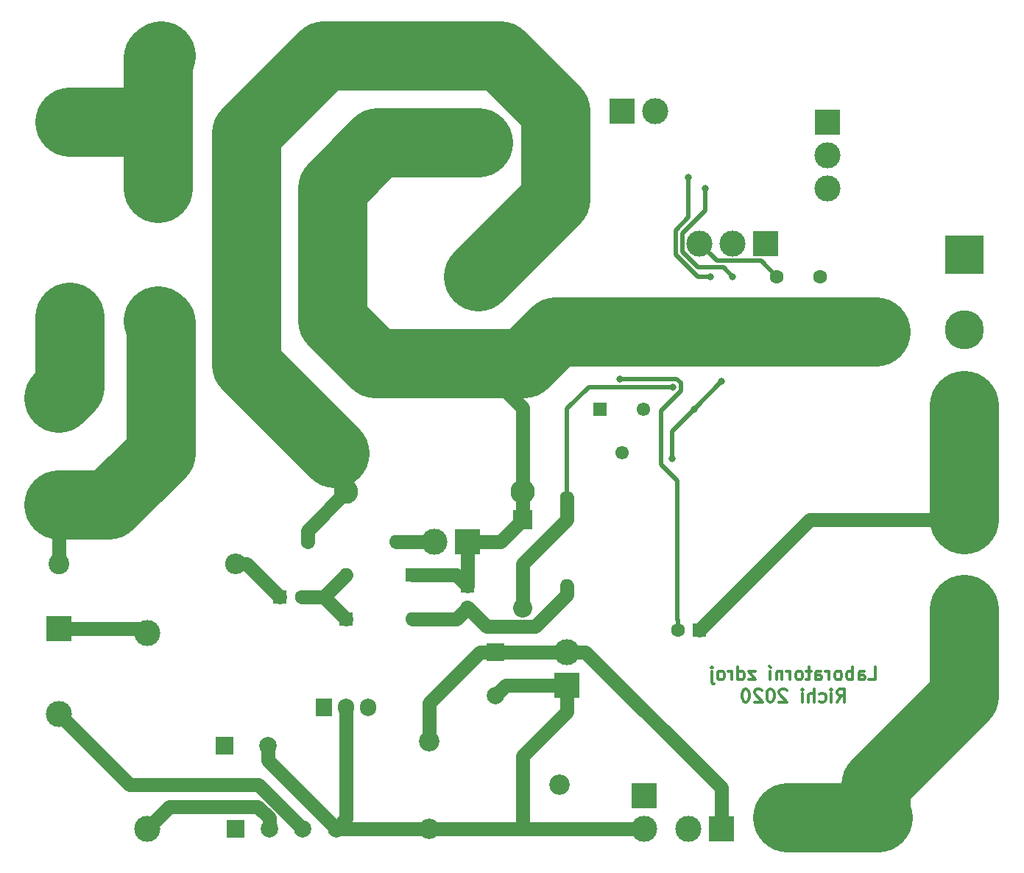
<source format=gbr>
G04 #@! TF.GenerationSoftware,KiCad,Pcbnew,(5.1.5)-3*
G04 #@! TF.CreationDate,2020-10-16T18:01:35+02:00*
G04 #@! TF.ProjectId,Laboratorn_ zdroj,4c61626f-7261-4746-9f72-6eed207a6472,rev?*
G04 #@! TF.SameCoordinates,Original*
G04 #@! TF.FileFunction,Copper,L2,Bot*
G04 #@! TF.FilePolarity,Positive*
%FSLAX46Y46*%
G04 Gerber Fmt 4.6, Leading zero omitted, Abs format (unit mm)*
G04 Created by KiCad (PCBNEW (5.1.5)-3) date 2020-10-16 18:01:35*
%MOMM*%
%LPD*%
G04 APERTURE LIST*
%ADD10C,0.300000*%
%ADD11C,2.800000*%
%ADD12O,2.800000X2.800000*%
%ADD13C,1.600000*%
%ADD14O,1.600000X1.600000*%
%ADD15O,2.400000X2.400000*%
%ADD16C,2.400000*%
%ADD17R,2.999740X2.999740*%
%ADD18C,2.999740*%
%ADD19R,2.200000X2.200000*%
%ADD20O,2.200000X2.200000*%
%ADD21R,1.905000X2.000000*%
%ADD22O,1.905000X2.000000*%
%ADD23C,1.550000*%
%ADD24R,1.550000X1.550000*%
%ADD25R,4.500880X4.500880*%
%ADD26C,4.500880*%
%ADD27C,2.340000*%
%ADD28C,3.000000*%
%ADD29R,1.600000X1.600000*%
%ADD30R,4.000000X4.000000*%
%ADD31C,4.000000*%
%ADD32O,3.200000X3.200000*%
%ADD33R,3.200000X3.200000*%
%ADD34R,2.000000X2.000000*%
%ADD35C,2.000000*%
%ADD36C,0.800000*%
%ADD37C,8.000000*%
%ADD38C,1.600000*%
%ADD39C,0.500000*%
G04 APERTURE END LIST*
D10*
X182033571Y-122593571D02*
X182747857Y-122593571D01*
X182747857Y-121093571D01*
X180890714Y-122593571D02*
X180890714Y-121807857D01*
X180962142Y-121665000D01*
X181105000Y-121593571D01*
X181390714Y-121593571D01*
X181533571Y-121665000D01*
X180890714Y-122522142D02*
X181033571Y-122593571D01*
X181390714Y-122593571D01*
X181533571Y-122522142D01*
X181605000Y-122379285D01*
X181605000Y-122236428D01*
X181533571Y-122093571D01*
X181390714Y-122022142D01*
X181033571Y-122022142D01*
X180890714Y-121950714D01*
X180176428Y-122593571D02*
X180176428Y-121093571D01*
X180176428Y-121665000D02*
X180033571Y-121593571D01*
X179747857Y-121593571D01*
X179605000Y-121665000D01*
X179533571Y-121736428D01*
X179462142Y-121879285D01*
X179462142Y-122307857D01*
X179533571Y-122450714D01*
X179605000Y-122522142D01*
X179747857Y-122593571D01*
X180033571Y-122593571D01*
X180176428Y-122522142D01*
X178605000Y-122593571D02*
X178747857Y-122522142D01*
X178819285Y-122450714D01*
X178890714Y-122307857D01*
X178890714Y-121879285D01*
X178819285Y-121736428D01*
X178747857Y-121665000D01*
X178605000Y-121593571D01*
X178390714Y-121593571D01*
X178247857Y-121665000D01*
X178176428Y-121736428D01*
X178105000Y-121879285D01*
X178105000Y-122307857D01*
X178176428Y-122450714D01*
X178247857Y-122522142D01*
X178390714Y-122593571D01*
X178605000Y-122593571D01*
X177462142Y-122593571D02*
X177462142Y-121593571D01*
X177462142Y-121879285D02*
X177390714Y-121736428D01*
X177319285Y-121665000D01*
X177176428Y-121593571D01*
X177033571Y-121593571D01*
X175890714Y-122593571D02*
X175890714Y-121807857D01*
X175962142Y-121665000D01*
X176105000Y-121593571D01*
X176390714Y-121593571D01*
X176533571Y-121665000D01*
X175890714Y-122522142D02*
X176033571Y-122593571D01*
X176390714Y-122593571D01*
X176533571Y-122522142D01*
X176605000Y-122379285D01*
X176605000Y-122236428D01*
X176533571Y-122093571D01*
X176390714Y-122022142D01*
X176033571Y-122022142D01*
X175890714Y-121950714D01*
X175390714Y-121593571D02*
X174819285Y-121593571D01*
X175176428Y-121093571D02*
X175176428Y-122379285D01*
X175105000Y-122522142D01*
X174962142Y-122593571D01*
X174819285Y-122593571D01*
X174105000Y-122593571D02*
X174247857Y-122522142D01*
X174319285Y-122450714D01*
X174390714Y-122307857D01*
X174390714Y-121879285D01*
X174319285Y-121736428D01*
X174247857Y-121665000D01*
X174105000Y-121593571D01*
X173890714Y-121593571D01*
X173747857Y-121665000D01*
X173676428Y-121736428D01*
X173605000Y-121879285D01*
X173605000Y-122307857D01*
X173676428Y-122450714D01*
X173747857Y-122522142D01*
X173890714Y-122593571D01*
X174105000Y-122593571D01*
X172962142Y-122593571D02*
X172962142Y-121593571D01*
X172962142Y-121879285D02*
X172890714Y-121736428D01*
X172819285Y-121665000D01*
X172676428Y-121593571D01*
X172533571Y-121593571D01*
X172033571Y-121593571D02*
X172033571Y-122593571D01*
X172033571Y-121736428D02*
X171962142Y-121665000D01*
X171819285Y-121593571D01*
X171605000Y-121593571D01*
X171462142Y-121665000D01*
X171390714Y-121807857D01*
X171390714Y-122593571D01*
X170676428Y-122593571D02*
X170676428Y-121593571D01*
X170533571Y-121022142D02*
X170747857Y-121236428D01*
X168962142Y-121593571D02*
X168176428Y-121593571D01*
X168962142Y-122593571D01*
X168176428Y-122593571D01*
X166962142Y-122593571D02*
X166962142Y-121093571D01*
X166962142Y-122522142D02*
X167105000Y-122593571D01*
X167390714Y-122593571D01*
X167533571Y-122522142D01*
X167605000Y-122450714D01*
X167676428Y-122307857D01*
X167676428Y-121879285D01*
X167605000Y-121736428D01*
X167533571Y-121665000D01*
X167390714Y-121593571D01*
X167105000Y-121593571D01*
X166962142Y-121665000D01*
X166247857Y-122593571D02*
X166247857Y-121593571D01*
X166247857Y-121879285D02*
X166176428Y-121736428D01*
X166105000Y-121665000D01*
X165962142Y-121593571D01*
X165819285Y-121593571D01*
X165105000Y-122593571D02*
X165247857Y-122522142D01*
X165319285Y-122450714D01*
X165390714Y-122307857D01*
X165390714Y-121879285D01*
X165319285Y-121736428D01*
X165247857Y-121665000D01*
X165105000Y-121593571D01*
X164890714Y-121593571D01*
X164747857Y-121665000D01*
X164676428Y-121736428D01*
X164605000Y-121879285D01*
X164605000Y-122307857D01*
X164676428Y-122450714D01*
X164747857Y-122522142D01*
X164890714Y-122593571D01*
X165105000Y-122593571D01*
X163962142Y-121593571D02*
X163962142Y-122879285D01*
X164033571Y-123022142D01*
X164176428Y-123093571D01*
X164247857Y-123093571D01*
X163962142Y-121093571D02*
X164033571Y-121165000D01*
X163962142Y-121236428D01*
X163890714Y-121165000D01*
X163962142Y-121093571D01*
X163962142Y-121236428D01*
X178355000Y-125143571D02*
X178855000Y-124429285D01*
X179212142Y-125143571D02*
X179212142Y-123643571D01*
X178640714Y-123643571D01*
X178497857Y-123715000D01*
X178426428Y-123786428D01*
X178355000Y-123929285D01*
X178355000Y-124143571D01*
X178426428Y-124286428D01*
X178497857Y-124357857D01*
X178640714Y-124429285D01*
X179212142Y-124429285D01*
X177712142Y-125143571D02*
X177712142Y-124143571D01*
X177712142Y-123643571D02*
X177783571Y-123715000D01*
X177712142Y-123786428D01*
X177640714Y-123715000D01*
X177712142Y-123643571D01*
X177712142Y-123786428D01*
X176355000Y-125072142D02*
X176497857Y-125143571D01*
X176783571Y-125143571D01*
X176926428Y-125072142D01*
X176997857Y-125000714D01*
X177069285Y-124857857D01*
X177069285Y-124429285D01*
X176997857Y-124286428D01*
X176926428Y-124215000D01*
X176783571Y-124143571D01*
X176497857Y-124143571D01*
X176355000Y-124215000D01*
X175712142Y-125143571D02*
X175712142Y-123643571D01*
X175069285Y-125143571D02*
X175069285Y-124357857D01*
X175140714Y-124215000D01*
X175283571Y-124143571D01*
X175497857Y-124143571D01*
X175640714Y-124215000D01*
X175712142Y-124286428D01*
X174355000Y-125143571D02*
X174355000Y-124143571D01*
X174355000Y-123643571D02*
X174426428Y-123715000D01*
X174355000Y-123786428D01*
X174283571Y-123715000D01*
X174355000Y-123643571D01*
X174355000Y-123786428D01*
X172569285Y-123786428D02*
X172497857Y-123715000D01*
X172355000Y-123643571D01*
X171997857Y-123643571D01*
X171855000Y-123715000D01*
X171783571Y-123786428D01*
X171712142Y-123929285D01*
X171712142Y-124072142D01*
X171783571Y-124286428D01*
X172640714Y-125143571D01*
X171712142Y-125143571D01*
X170783571Y-123643571D02*
X170640714Y-123643571D01*
X170497857Y-123715000D01*
X170426428Y-123786428D01*
X170355000Y-123929285D01*
X170283571Y-124215000D01*
X170283571Y-124572142D01*
X170355000Y-124857857D01*
X170426428Y-125000714D01*
X170497857Y-125072142D01*
X170640714Y-125143571D01*
X170783571Y-125143571D01*
X170926428Y-125072142D01*
X170997857Y-125000714D01*
X171069285Y-124857857D01*
X171140714Y-124572142D01*
X171140714Y-124215000D01*
X171069285Y-123929285D01*
X170997857Y-123786428D01*
X170926428Y-123715000D01*
X170783571Y-123643571D01*
X169712142Y-123786428D02*
X169640714Y-123715000D01*
X169497857Y-123643571D01*
X169140714Y-123643571D01*
X168997857Y-123715000D01*
X168926428Y-123786428D01*
X168855000Y-123929285D01*
X168855000Y-124072142D01*
X168926428Y-124286428D01*
X169783571Y-125143571D01*
X168855000Y-125143571D01*
X167926428Y-123643571D02*
X167783571Y-123643571D01*
X167640714Y-123715000D01*
X167569285Y-123786428D01*
X167497857Y-123929285D01*
X167426428Y-124215000D01*
X167426428Y-124572142D01*
X167497857Y-124857857D01*
X167569285Y-125000714D01*
X167640714Y-125072142D01*
X167783571Y-125143571D01*
X167926428Y-125143571D01*
X168069285Y-125072142D01*
X168140714Y-125000714D01*
X168212142Y-124857857D01*
X168283571Y-124572142D01*
X168283571Y-124215000D01*
X168212142Y-123929285D01*
X168140714Y-123786428D01*
X168069285Y-123715000D01*
X167926428Y-123643571D01*
D11*
X121920000Y-100965000D03*
D12*
X142240000Y-100965000D03*
D13*
X117475000Y-106680000D03*
D14*
X127635000Y-106680000D03*
D15*
X172720000Y-138430000D03*
D16*
X172720000Y-82550000D03*
D17*
X135890000Y-106680000D03*
D18*
X132080000Y-106680000D03*
D19*
X142240000Y-104140000D03*
D20*
X142240000Y-114300000D03*
D21*
X119380000Y-125730000D03*
D22*
X121920000Y-125730000D03*
X124460000Y-125730000D03*
D23*
X156130000Y-91440000D03*
D24*
X151130000Y-91440000D03*
D23*
X153630000Y-96440000D03*
D25*
X193040000Y-73660000D03*
D26*
X193040000Y-82375000D03*
X193040000Y-91090000D03*
D25*
X193040000Y-104140000D03*
D26*
X193040000Y-114490000D03*
D18*
X177292000Y-66040000D03*
X177292000Y-62230000D03*
D17*
X177292000Y-58420000D03*
D18*
X156210000Y-139700000D03*
D17*
X156210000Y-135890000D03*
X165100000Y-139700000D03*
D18*
X161290000Y-139700000D03*
D17*
X147320000Y-123190000D03*
D18*
X147320000Y-119380000D03*
D27*
X131445000Y-129700000D03*
X146445000Y-134700000D03*
X131445000Y-139700000D03*
D28*
X99060000Y-139700000D03*
X99060000Y-117200000D03*
D18*
X88900000Y-126518000D03*
D17*
X88900000Y-116708000D03*
D25*
X88900000Y-90170000D03*
D26*
X88900000Y-102520000D03*
D13*
X116800000Y-113030000D03*
D29*
X114300000Y-113030000D03*
D30*
X137160000Y-50800000D03*
D31*
X137160000Y-60800000D03*
X137160000Y-86200000D03*
D30*
X137160000Y-76200000D03*
D29*
X135890000Y-111760000D03*
D13*
X135890000Y-114260000D03*
X176450000Y-76200000D03*
X171450000Y-76200000D03*
X160060000Y-116840000D03*
D29*
X162560000Y-116840000D03*
D32*
X100650000Y-50800000D03*
D33*
X120650000Y-50800000D03*
D32*
X100650000Y-96520000D03*
D33*
X120650000Y-96520000D03*
X100330000Y-66040000D03*
D32*
X120330000Y-66040000D03*
D33*
X100330000Y-81280000D03*
D32*
X120330000Y-81280000D03*
D14*
X121920000Y-110490000D03*
D29*
X129540000Y-110490000D03*
D14*
X129540000Y-115570000D03*
D29*
X121920000Y-115570000D03*
D17*
X153670000Y-57150000D03*
D18*
X157480000Y-57150000D03*
D34*
X109220000Y-139700000D03*
D35*
X113070000Y-139700000D03*
X116920000Y-139700000D03*
X120770000Y-139700000D03*
D28*
X90170000Y-80920000D03*
X90170000Y-58420000D03*
D17*
X170180000Y-72390000D03*
D18*
X166370000Y-72390000D03*
X162560000Y-72390000D03*
D14*
X147320000Y-111760000D03*
D13*
X147320000Y-101600000D03*
D15*
X109220000Y-109220000D03*
D16*
X88900000Y-109220000D03*
X182880000Y-82550000D03*
D15*
X182880000Y-138430000D03*
D34*
X107950000Y-130175000D03*
D35*
X112950000Y-130175000D03*
X139065000Y-124380000D03*
D34*
X139065000Y-119380000D03*
D36*
X161925000Y-91440000D03*
X165100000Y-88265000D03*
X159385000Y-97155000D03*
X153416103Y-88000000D03*
X163830000Y-76200000D03*
X161290000Y-64770000D03*
X159509999Y-88900000D03*
X163195000Y-66040000D03*
X166370000Y-76200000D03*
D37*
X119380000Y-50800000D02*
X137160000Y-50800000D01*
X146050000Y-67310000D02*
X137160000Y-76200000D01*
X146050000Y-57150000D02*
X146050000Y-67310000D01*
X137160000Y-50800000D02*
X139700000Y-50800000D01*
X139700000Y-50800000D02*
X146050000Y-57150000D01*
X120650000Y-50800000D02*
X119380000Y-50800000D01*
X110490000Y-86360000D02*
X120650000Y-96520000D01*
X119380000Y-50800000D02*
X110490000Y-59690000D01*
X110490000Y-59690000D02*
X110490000Y-86360000D01*
D38*
X119380000Y-97790000D02*
X120650000Y-96520000D01*
D39*
X161925000Y-91440000D02*
X165100000Y-88265000D01*
D38*
X121920000Y-97790000D02*
X120650000Y-96520000D01*
X121920000Y-100965000D02*
X121920000Y-97790000D01*
X117475000Y-105410000D02*
X121920000Y-100965000D01*
X117475000Y-106680000D02*
X117475000Y-105410000D01*
D39*
X159385000Y-93980000D02*
X161925000Y-91440000D01*
X159385000Y-97155000D02*
X159385000Y-93980000D01*
D38*
X116800000Y-113030000D02*
X119380000Y-113030000D01*
X119380000Y-113030000D02*
X121920000Y-110490000D01*
X119380000Y-113030000D02*
X121920000Y-115570000D01*
X110490000Y-109220000D02*
X114300000Y-113030000D01*
X109220000Y-109220000D02*
X110490000Y-109220000D01*
X129540000Y-115570000D02*
X134620000Y-115570000D01*
X134620000Y-115570000D02*
X135890000Y-114300000D01*
X138080001Y-116450001D02*
X135890000Y-114260000D01*
X143645999Y-116450001D02*
X138080001Y-116450001D01*
X147320000Y-111760000D02*
X147320000Y-112776000D01*
X147320000Y-112776000D02*
X143645999Y-116450001D01*
D37*
X182880000Y-138430000D02*
X183070000Y-138430000D01*
X172720000Y-138430000D02*
X182880000Y-138430000D01*
X193040000Y-114490000D02*
X193040000Y-124460000D01*
X193040000Y-124460000D02*
X182880000Y-134620000D01*
X182880000Y-134620000D02*
X182880000Y-138430000D01*
D39*
X164059869Y-73889869D02*
X162560000Y-72390000D01*
X164559871Y-74389871D02*
X164059869Y-73889869D01*
X169639871Y-74389871D02*
X164559871Y-74389871D01*
X171450000Y-76200000D02*
X169639871Y-74389871D01*
X160060000Y-115708630D02*
X160060000Y-116840000D01*
X160020000Y-99695000D02*
X160020000Y-115668630D01*
X159942001Y-88000000D02*
X160410000Y-88467999D01*
X160020000Y-115668630D02*
X160060000Y-115708630D01*
X160410000Y-88467999D02*
X160410000Y-89332001D01*
X153416103Y-88000000D02*
X159942001Y-88000000D01*
X160410000Y-89332001D02*
X158115000Y-91627001D01*
X158115000Y-91627001D02*
X158115000Y-97790000D01*
X158115000Y-97790000D02*
X160020000Y-99695000D01*
D37*
X193040000Y-104140000D02*
X193040000Y-91090000D01*
D38*
X162560000Y-116840000D02*
X175260000Y-104140000D01*
X175260000Y-104140000D02*
X193040000Y-104140000D01*
D39*
X159810120Y-70904206D02*
X161290000Y-69424326D01*
X161290000Y-69424326D02*
X161290000Y-64770000D01*
X162349516Y-76200000D02*
X159810119Y-73660603D01*
X163830000Y-76200000D02*
X162349516Y-76200000D01*
X159810119Y-73660603D02*
X159810120Y-70904206D01*
D38*
X142240000Y-131369870D02*
X142240000Y-139700000D01*
X147320000Y-126289870D02*
X142240000Y-131369870D01*
X147320000Y-123190000D02*
X147320000Y-126289870D01*
X132080000Y-139700000D02*
X142240000Y-139700000D01*
X142240000Y-139700000D02*
X156210000Y-139700000D01*
X121920000Y-138550000D02*
X121920000Y-125730000D01*
X120770000Y-139700000D02*
X121920000Y-138550000D01*
X120770000Y-139700000D02*
X131445000Y-139700000D01*
X112950000Y-131880000D02*
X120770000Y-139700000D01*
X112950000Y-130175000D02*
X112950000Y-131880000D01*
X140255000Y-123190000D02*
X139065000Y-124380000D01*
X147320000Y-123190000D02*
X140255000Y-123190000D01*
D37*
X90170000Y-58420000D02*
X97080000Y-58420000D01*
X100330000Y-51120000D02*
X100650000Y-50800000D01*
X100330000Y-66040000D02*
X100330000Y-51120000D01*
X94650000Y-102520000D02*
X100650000Y-96520000D01*
X88900000Y-102520000D02*
X94650000Y-102520000D01*
X100650000Y-81600000D02*
X100330000Y-81280000D01*
X100650000Y-96520000D02*
X100650000Y-81600000D01*
D38*
X88900000Y-102520000D02*
X88900000Y-109220000D01*
D39*
X149797998Y-88900000D02*
X158750000Y-88900000D01*
X158750000Y-88900000D02*
X159509999Y-88900000D01*
X147320000Y-91377998D02*
X149797998Y-88900000D01*
X147320000Y-101600000D02*
X147320000Y-91377998D01*
X163195000Y-68580000D02*
X163195000Y-66040000D01*
X160560129Y-71214871D02*
X163195000Y-68580000D01*
X160560129Y-73349939D02*
X160560129Y-71214871D01*
X162350071Y-75139881D02*
X160560129Y-73349939D01*
X166370000Y-76200000D02*
X165309881Y-75139881D01*
X165309881Y-75139881D02*
X162350071Y-75139881D01*
D38*
X147320000Y-101600000D02*
X147320000Y-104140000D01*
X147320000Y-104140000D02*
X142240000Y-109220000D01*
X142240000Y-109220000D02*
X142240000Y-114300000D01*
X113070000Y-138470000D02*
X113070000Y-139700000D01*
X101600000Y-137160000D02*
X111760000Y-137160000D01*
X99060000Y-139700000D02*
X101600000Y-137160000D01*
X111760000Y-137160000D02*
X113070000Y-138470000D01*
X111840000Y-134620000D02*
X116920000Y-139700000D01*
X88900000Y-126518000D02*
X97002000Y-134620000D01*
X97002000Y-134620000D02*
X111840000Y-134620000D01*
D37*
X90170000Y-88900000D02*
X88900000Y-90170000D01*
X90170000Y-80920000D02*
X90170000Y-88900000D01*
D39*
X98568000Y-116708000D02*
X99060000Y-117200000D01*
D38*
X88900000Y-116708000D02*
X98568000Y-116708000D01*
X142240000Y-91280000D02*
X137160000Y-86200000D01*
X129540000Y-110490000D02*
X134620000Y-110490000D01*
X134620000Y-110490000D02*
X135890000Y-111760000D01*
D37*
X182880000Y-82550000D02*
X172720000Y-82550000D01*
X172720000Y-82550000D02*
X146050000Y-82550000D01*
X142400000Y-86200000D02*
X137160000Y-86200000D01*
X146050000Y-82550000D02*
X142400000Y-86200000D01*
X125570000Y-60800000D02*
X120330000Y-66040000D01*
X137160000Y-60800000D02*
X125570000Y-60800000D01*
X120330000Y-66040000D02*
X120330000Y-81280000D01*
X125250000Y-86200000D02*
X137160000Y-86200000D01*
X120330000Y-81280000D02*
X125250000Y-86200000D01*
D38*
X142240000Y-104140000D02*
X142240000Y-100965000D01*
X142240000Y-100965000D02*
X142240000Y-91280000D01*
X135890000Y-111760000D02*
X135890000Y-106680000D01*
X139700000Y-106680000D02*
X142240000Y-104140000D01*
X135890000Y-106680000D02*
X139700000Y-106680000D01*
X132080000Y-106680000D02*
X127635000Y-106680000D01*
X139700000Y-119380000D02*
X147320000Y-119380000D01*
X165100000Y-136600130D02*
X165100000Y-139700000D01*
X165100000Y-135038864D02*
X165100000Y-136600130D01*
X149441136Y-119380000D02*
X165100000Y-135038864D01*
X147320000Y-119380000D02*
X149441136Y-119380000D01*
X131445000Y-125235000D02*
X131445000Y-129700000D01*
X137300000Y-119380000D02*
X131445000Y-125235000D01*
X139700000Y-119380000D02*
X137300000Y-119380000D01*
M02*

</source>
